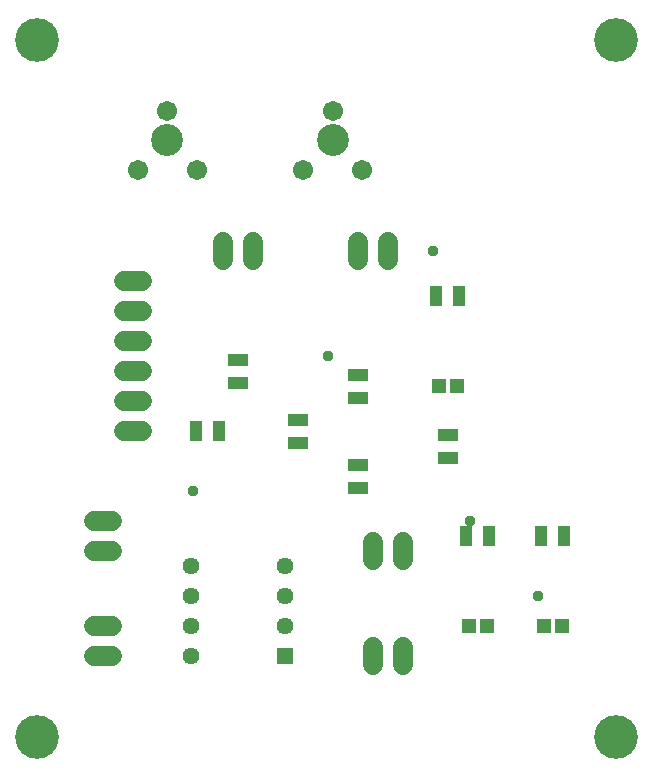
<source format=gbr>
G04 EAGLE Gerber RS-274X export*
G75*
%MOMM*%
%FSLAX34Y34*%
%LPD*%
%INSoldermask Top*%
%IPPOS*%
%AMOC8*
5,1,8,0,0,1.08239X$1,22.5*%
G01*
%ADD10C,3.703200*%
%ADD11R,1.441200X1.441200*%
%ADD12C,1.441200*%
%ADD13C,1.727200*%
%ADD14R,1.153200X1.153200*%
%ADD15R,1.103200X1.653200*%
%ADD16R,1.653200X1.103200*%
%ADD17C,1.711200*%
%ADD18C,2.703200*%
%ADD19C,0.959600*%


D10*
X40000Y630000D03*
X530000Y630000D03*
X530000Y40000D03*
X40000Y40000D03*
D11*
X249250Y107950D03*
D12*
X249250Y133350D03*
X249250Y158750D03*
X249250Y184150D03*
X169850Y184150D03*
X169850Y158750D03*
X169850Y133350D03*
X169850Y107950D03*
D13*
X323850Y100330D02*
X323850Y115570D01*
X349250Y115570D02*
X349250Y100330D01*
X323850Y189230D02*
X323850Y204470D01*
X349250Y204470D02*
X349250Y189230D01*
X196850Y443230D02*
X196850Y458470D01*
X222250Y458470D02*
X222250Y443230D01*
X311150Y443230D02*
X311150Y458470D01*
X336550Y458470D02*
X336550Y443230D01*
X128270Y298450D02*
X113030Y298450D01*
X113030Y323850D02*
X128270Y323850D01*
X128270Y349250D02*
X113030Y349250D01*
X113030Y374650D02*
X128270Y374650D01*
X128270Y400050D02*
X113030Y400050D01*
X113030Y425450D02*
X128270Y425450D01*
D14*
X405250Y133350D03*
X420250Y133350D03*
X468750Y133350D03*
X483750Y133350D03*
X379850Y336550D03*
X394850Y336550D03*
D13*
X102870Y196850D02*
X87630Y196850D01*
X87630Y222250D02*
X102870Y222250D01*
X102870Y107950D02*
X87630Y107950D01*
X87630Y133350D02*
X102870Y133350D01*
D15*
X403250Y209550D03*
X422250Y209550D03*
X485750Y209550D03*
X466750Y209550D03*
D16*
X387350Y276250D03*
X387350Y295250D03*
X260350Y288950D03*
X260350Y307950D03*
D15*
X193650Y298450D03*
X174650Y298450D03*
X377850Y412750D03*
X396850Y412750D03*
D16*
X311150Y327050D03*
X311150Y346050D03*
X311150Y250850D03*
X311150Y269850D03*
X209550Y339750D03*
X209550Y358750D03*
D17*
X125000Y520000D03*
X150000Y570000D03*
X175000Y520000D03*
D18*
X150000Y545000D03*
D17*
X265000Y520000D03*
X290000Y570000D03*
X315000Y520000D03*
D18*
X290000Y545000D03*
D19*
X171450Y247650D03*
X285750Y361950D03*
X463550Y158750D03*
X374650Y450850D03*
X406400Y222250D03*
M02*

</source>
